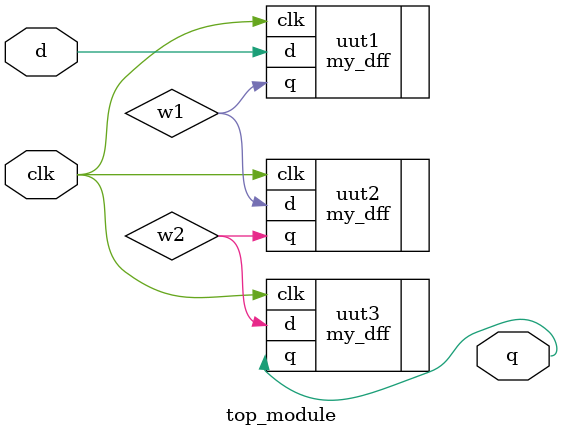
<source format=v>
module top_module ( input clk, input d, output q );
    wire w1,w2;
    my_dff uut1(.clk(clk),.d(d),.q(w1));
    my_dff uut2(.clk(clk),.d(w1),.q(w2));
    my_dff uut3(.clk(clk),.d(w2),.q(q));

endmodule

</source>
